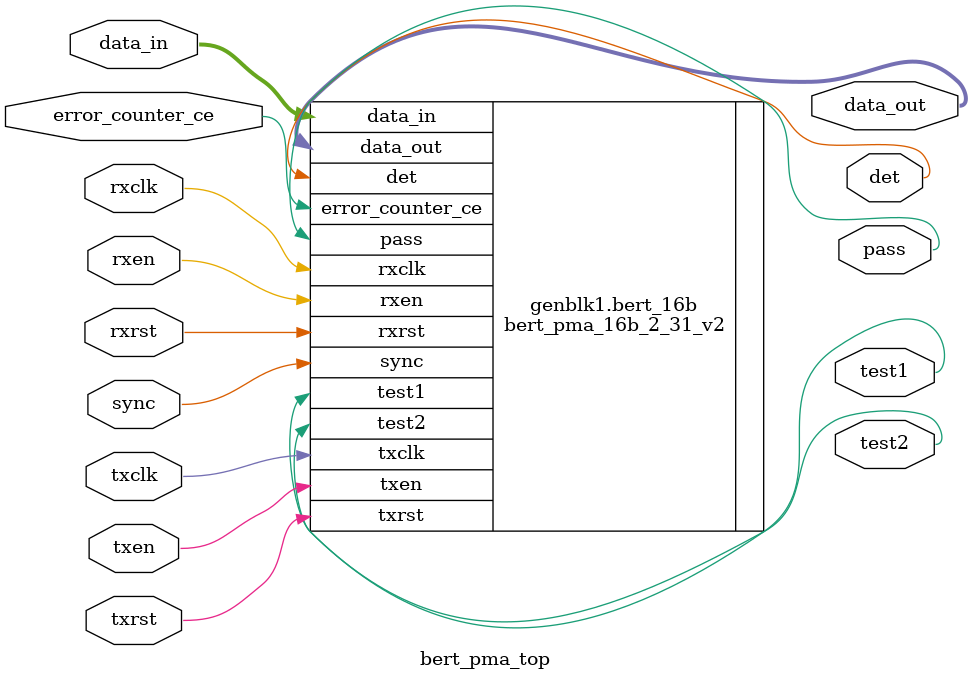
<source format=v>
/*
Copyright (c) 2023, Advanced Micro Devices, Inc. All rights reserved.
SPDX-License-Identifier: MIT
*/
`timescale 1ns / 1ps

// -------------------------------------------------------------------------------------- //
// Wrapper for bert
// -------------------------------------
// Version     : 1.0
// Date        : 24 June 2013
// Author      : Haur Guang, Choy
// Change log  :
//              (1.0: Haur Guang, Choy)
//                1) This is the wrapper created to include all the bert.
//                
// -------------------------------------------------------------------------------------- //


module bert_pma_top 
#(
	parameter WIDTH = 16,
	parameter MAC_OR_RAW_MODE = 0
)
(
	input 	wire			txclk,
	input	wire			rxclk,
	input 	wire			txrst,
	input 	wire			rxrst,
	input 	wire			txen,
	input 	wire			rxen,
	input 	wire			sync,
	input 	wire			error_counter_ce,
	input 	wire	[WIDTH-1:0] 	data_in,

	output 	wire	[WIDTH-1:0] 	data_out,
	output 	wire			det,
	output 	wire			test1,
	output 	wire			test2,
	output 	wire			pass
);


generate

if ( WIDTH == 16 )
begin
	bert_pma_16b_2_31_v2 #(
		.MAC_OR_RAW_MODE (MAC_OR_RAW_MODE)
		
	) bert_16b (
		.txclk			( txclk ),
		.rxclk			( rxclk ),
		.txrst			( txrst ),
		.rxrst			( rxrst ),
		.txen			( txen ),
		.rxen			( rxen ),
		.sync			( sync ),
		.error_counter_ce	( error_counter_ce ),
		.data_in		( data_in[WIDTH-1:0] ),
		.data_out		( data_out[WIDTH-1:0] ),
		.det			( det ),
		.test1			( test1 ),
		.test2			( test2 ),
		.pass			( pass )
	);
end

else if ( WIDTH == 64 )
begin
	bert_pma_64b_2_31_v2 #(
		.MAC_OR_RAW_MODE (MAC_OR_RAW_MODE)
	) bert_64b (
		.txclk			( txclk ),
		.rxclk			( rxclk ),
		.rst			( txrst ),
		.txen			( txen ),
		.rxen			( rxen ),
		.sync			( sync ),
		.error_counter_ce	( error_counter_ce ),
		.data_in		( data_in[WIDTH-1:0] ),
		.data_out		( data_out[WIDTH-1:0] ),
		.det			( det ),
		.test1			( test1 ),
		.test2			( test2 ),
		.pass			( pass )
	);
end

endgenerate


endmodule

</source>
